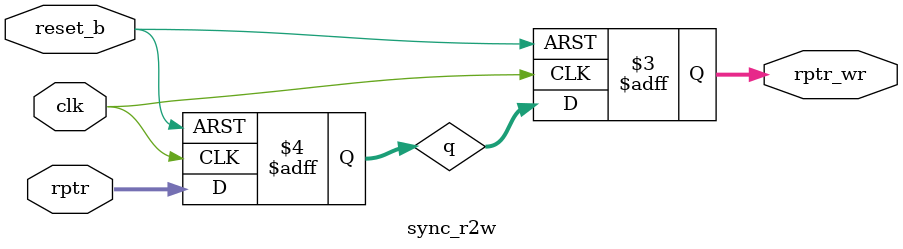
<source format=v>
module sync_w2r 
	#( 
	parameter ADDR = 5
	)
	(
	input wire clk, reset_b,
	input wire [ADDR:0] wptr,
	output reg [ADDR:0] wptr_rd
	);
	
	reg [ADDR:0] q;
	always @(posedge clk or negedge reset_b)
		begin
			if(~reset_b)
				begin
					q <= 'd0;
					wptr_rd <= 'd0;
				end
			else
				begin
					q <= wptr;
					wptr_rd <= q;
				end
		end
	
endmodule

// to synchronize from slow clock domain to fast clock domain (read -> write)
module sync_r2w
	#(
	parameter ADDR = 5
	)
	(
	input wire clk, reset_b,
	input wire [ADDR:0] rptr,
	output reg [ADDR:0]	rptr_wr
	); 
	
	reg [ADDR:0] q;
	always @(posedge clk or negedge reset_b)
		begin
			if(~reset_b)
				begin
					q <= 'd0;
					rptr_wr <= 'd0;
				end
			else
				begin
					q <= rptr;
					rptr_wr <= q;
				end
		end
endmodule
	

</source>
